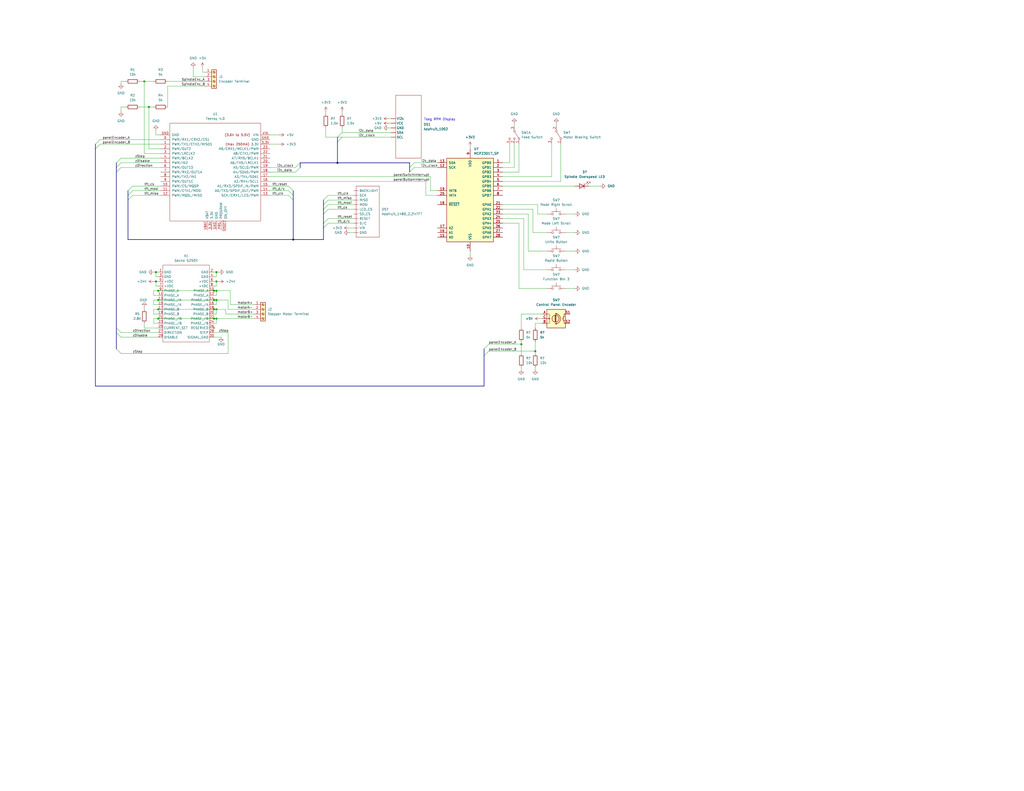
<source format=kicad_sch>
(kicad_sch (version 20211123) (generator eeschema)
  (paper "C")
  (lib_symbols
    (symbol "Connector:Screw_Terminal_01x04" (pin_names (offset 1.016) hide)
      (property "Reference" "J" (at 0 5.08 0))
      (property "Value" "Screw_Terminal_01x04" (at 0 -7.62 0))
      (symbol "Screw_Terminal_01x04_1_1"
        (rectangle (start -1.27 3.81) (end 1.27 -6.35) (stroke (width 0.254)) (fill (type background)))
        (circle (center 0 -5.08) (radius 0.635) (stroke (width 0.1524)))
        (circle (center 0 -2.54) (radius 0.635) (stroke (width 0.1524)))
        (polyline (pts (xy -0.5334 -4.7498) (xy 0.3302 -5.588)) (stroke (width 0.1524)))
        (polyline (pts (xy -0.5334 -2.2098) (xy 0.3302 -3.048)) (stroke (width 0.1524)))
        (polyline (pts (xy -0.5334 0.3302) (xy 0.3302 -0.508)) (stroke (width 0.1524)))
        (polyline (pts (xy -0.5334 2.8702) (xy 0.3302 2.032)) (stroke (width 0.1524)))
        (polyline (pts (xy -0.3556 -4.572) (xy 0.508 -5.4102)) (stroke (width 0.1524)))
        (polyline (pts (xy -0.3556 -2.032) (xy 0.508 -2.8702)) (stroke (width 0.1524)))
        (polyline (pts (xy -0.3556 0.508) (xy 0.508 -0.3302)) (stroke (width 0.1524)))
        (polyline (pts (xy -0.3556 3.048) (xy 0.508 2.2098)) (stroke (width 0.1524)))
        (circle (center 0 0) (radius 0.635) (stroke (width 0.1524)))
        (circle (center 0 2.54) (radius 0.635) (stroke (width 0.1524)))
        (pin passive line (at -5.08 2.54 0) (length 3.81) (name "Pin_1") (number "1"))
        (pin passive line (at -5.08 0 0) (length 3.81) (name "Pin_2") (number "2"))
        (pin passive line (at -5.08 -2.54 0) (length 3.81) (name "Pin_3") (number "3"))
        (pin passive line (at -5.08 -5.08 0) (length 3.81) (name "Pin_4") (number "4"))
      )
    )
    (symbol "Device:LED" (pin_numbers hide) (pin_names (offset 1.016) hide)
      (property "Reference" "D" (at 0 2.54 0))
      (property "Value" "LED" (at 0 -2.54 0))
      (symbol "LED_0_1"
        (polyline (pts (xy -1.27 -1.27) (xy -1.27 1.27)) (stroke (width 0.254)))
        (polyline (pts (xy -1.27 0) (xy 1.27 0)))
        (polyline (pts (xy 1.27 -1.27) (xy 1.27 1.27) (xy -1.27 0) (xy 1.27 -1.27)) (stroke (width 0.254)))
        (polyline (pts (xy -3.048 -0.762) (xy -4.572 -2.286) (xy -3.81 -2.286) (xy -4.572 -2.286) (xy -4.572 -1.524)))
        (polyline (pts (xy -1.778 -0.762) (xy -3.302 -2.286) (xy -2.54 -2.286) (xy -3.302 -2.286) (xy -3.302 -1.524)))
      )
      (symbol "LED_1_1"
        (pin passive line (at -3.81 0 0) (length 2.54) (name "K") (number "1"))
        (pin passive line (at 3.81 0 180) (length 2.54) (name "A") (number "2"))
      )
    )
    (symbol "Device:R" (pin_numbers hide) (pin_names (offset 0))
      (property "Reference" "R" (at 2.032 0 90))
      (property "Value" "R" (at 0 0 90))
      (symbol "R_0_1"
        (rectangle (start -1.016 -2.54) (end 1.016 2.54) (stroke (width 0.254)))
      )
      (symbol "R_1_1"
        (pin passive line (at 0 3.81 270) (length 1.27) (name "~") (number "1"))
        (pin passive line (at 0 -3.81 90) (length 1.27) (name "~") (number "2"))
      )
    )
    (symbol "Device:RotaryEncoder_Switch" (pin_names (offset 0.254) hide)
      (property "Reference" "SW" (at 0 6.604 0))
      (property "Value" "RotaryEncoder_Switch" (at 0 -6.604 0))
      (symbol "RotaryEncoder_Switch_0_1"
        (rectangle (start -5.08 5.08) (end 5.08 -5.08) (stroke (width 0.254)) (fill (type background)))
        (circle (center -3.81 0) (radius 0.254) (fill (type outline)))
        (arc (start -0.381 -2.794) (mid 2.3622 -0.0635) (end -0.381 2.667) (stroke (width 0.254)))
        (circle (center -0.381 0) (radius 1.905) (stroke (width 0.254)))
        (polyline (pts (xy -0.635 -1.778) (xy -0.635 1.778)) (stroke (width 0.254)))
        (polyline (pts (xy -0.381 -1.778) (xy -0.381 1.778)) (stroke (width 0.254)))
        (polyline (pts (xy -0.127 1.778) (xy -0.127 -1.778)) (stroke (width 0.254)))
        (polyline (pts (xy 3.81 0) (xy 3.429 0)) (stroke (width 0.254)))
        (polyline (pts (xy 3.81 1.016) (xy 3.81 -1.016)) (stroke (width 0.254)))
        (polyline (pts (xy -5.08 -2.54) (xy -3.81 -2.54) (xy -3.81 -2.032)))
        (polyline (pts (xy -5.08 2.54) (xy -3.81 2.54) (xy -3.81 2.032)))
        (polyline (pts (xy 0.254 -3.048) (xy -0.508 -2.794) (xy 0.127 -2.413)) (stroke (width 0.254)))
        (polyline (pts (xy 0.254 2.921) (xy -0.508 2.667) (xy 0.127 2.286)) (stroke (width 0.254)))
        (polyline (pts (xy 5.08 -2.54) (xy 4.318 -2.54) (xy 4.318 -1.016)) (stroke (width 0.254)))
        (polyline (pts (xy 5.08 2.54) (xy 4.318 2.54) (xy 4.318 1.016)) (stroke (width 0.254)))
        (polyline (pts (xy -5.08 0) (xy -3.81 0) (xy -3.81 -1.016) (xy -3.302 -2.032)))
        (polyline (pts (xy -4.318 0) (xy -3.81 0) (xy -3.81 1.016) (xy -3.302 2.032)))
        (circle (center 4.318 -1.016) (radius 0.127) (stroke (width 0.254)))
        (circle (center 4.318 1.016) (radius 0.127) (stroke (width 0.254)))
      )
      (symbol "RotaryEncoder_Switch_1_1"
        (pin passive line (at -7.62 2.54 0) (length 2.54) (name "A") (number "A"))
        (pin passive line (at -7.62 -2.54 0) (length 2.54) (name "B") (number "B"))
        (pin passive line (at -7.62 0 0) (length 2.54) (name "C") (number "C"))
        (pin passive line (at 7.62 2.54 180) (length 2.54) (name "S1") (number "S1"))
        (pin passive line (at 7.62 -2.54 180) (length 2.54) (name "S2") (number "S2"))
      )
    )
    (symbol "Electroturn_Parts:Adafruit_1480_2.2inTFT"
      (property "Reference" "DS2" (at -29.21 17.78 0))
      (property "Value" "Adafruit_1480_2.2inTFT" (at -29.21 15.24 0))
      (symbol "Adafruit_1480_2.2inTFT_0_1"
        (rectangle (start -27.94 13.97) (end -15.24 -13.97))
      )
      (symbol "Adafruit_1480_2.2inTFT_1_1"
        (pin output line (at -29.21 11.43 0) (length 2.54) (name "BACKLIGHT") (number ""))
        (pin input line (at -29.21 -6.35 0) (length 2.54) (name "D/C") (number ""))
        (pin input line (at -29.21 -11.43 0) (length 2.54) (name "GND") (number ""))
        (pin input line (at -29.21 1.27 0) (length 2.54) (name "LCD_CS") (number ""))
        (pin output line (at -29.21 6.35 0) (length 2.54) (name "MISO") (number ""))
        (pin input line (at -29.21 3.81 0) (length 2.54) (name "MOSI") (number ""))
        (pin input line (at -29.21 -3.81 0) (length 2.54) (name "RESET") (number ""))
        (pin output line (at -29.21 8.89 0) (length 2.54) (name "SCK") (number ""))
        (pin input line (at -29.21 -1.27 0) (length 2.54) (name "SD_CS") (number ""))
        (pin input line (at -29.21 -8.89 0) (length 2.54) (name "VIN") (number ""))
      )
    )
    (symbol "Electroturn_Parts:Gecko G250X"
      (property "Reference" "A?" (at -7.62 40.64 0))
      (property "Value" "Gecko G250X" (at 5.08 36.83 0))
      (symbol "Gecko G250X_0_1"
        (rectangle (start -7.62 38.1) (end 17.78 -3.81))
      )
      (symbol "Gecko G250X_1_1"
        (pin power_in line (at -10.16 34.29 0) (length 2.54) (name "GND") (number "1"))
        (pin power_out line (at 20.32 24.13 180) (length 2.54) (name "PHASE_A") (number "10"))
        (pin power_out line (at -10.16 21.59 0) (length 2.54) (name "PHASE_A") (number "11"))
        (pin power_out line (at 20.32 21.59 180) (length 2.54) (name "PHASE_A") (number "12"))
        (pin power_out line (at -10.16 19.05 0) (length 2.54) (name "PHASE_/A") (number "13"))
        (pin power_out line (at 20.32 19.05 180) (length 2.54) (name "PHASE_/A") (number "14"))
        (pin power_out line (at -10.16 16.51 0) (length 2.54) (name "PHASE_/A") (number "15"))
        (pin power_out line (at 20.32 16.51 180) (length 2.54) (name "PHASE_/A") (number "16"))
        (pin power_out line (at -10.16 13.97 0) (length 2.54) (name "PHASE_B") (number "17"))
        (pin power_out line (at 20.32 13.97 180) (length 2.54) (name "PHASE_B") (number "18"))
        (pin power_out line (at -10.16 11.43 0) (length 2.54) (name "PHASE_B") (number "19"))
        (pin power_in line (at 20.32 34.29 180) (length 2.54) (name "GND") (number "2"))
        (pin power_out line (at 20.32 11.43 180) (length 2.54) (name "PHASE_B") (number "20"))
        (pin power_out line (at -10.16 8.89 0) (length 2.54) (name "PHASE_/B") (number "21"))
        (pin power_out line (at 20.32 8.89 180) (length 2.54) (name "PHASE_/B") (number "22"))
        (pin power_out line (at -10.16 6.35 0) (length 2.54) (name "PHASE_/B") (number "23"))
        (pin power_out line (at 20.32 6.35 180) (length 2.54) (name "PHASE_/B") (number "24"))
        (pin output line (at -10.16 3.81 0) (length 2.54) (name "CURRENT_SET") (number "25"))
        (pin no_connect line (at 20.32 3.81 180) (length 2.54) (name "RESERVED") (number "26"))
        (pin input line (at -10.16 1.27 0) (length 2.54) (name "DIRECTION") (number "27"))
        (pin input line (at 20.32 1.27 180) (length 2.54) (name "STEP") (number "28"))
        (pin input line (at -10.16 -1.27 0) (length 2.54) (name "DISABLE") (number "29"))
        (pin power_in line (at -10.16 31.75 0) (length 2.54) (name "GND") (number "3"))
        (pin input line (at 20.32 -1.27 180) (length 2.54) (name "SIGNAL_GND") (number "30"))
        (pin power_in line (at 20.32 31.75 180) (length 2.54) (name "GND") (number "4"))
        (pin power_in line (at -10.16 29.21 0) (length 2.54) (name "+VDC") (number "5"))
        (pin power_in line (at 20.32 29.21 180) (length 2.54) (name "+VDC") (number "6"))
        (pin power_in line (at -10.16 26.67 0) (length 2.54) (name "+VDC") (number "7"))
        (pin power_in line (at 20.32 26.67 180) (length 2.54) (name "+VDC") (number "8"))
        (pin power_out line (at -10.16 24.13 0) (length 2.54) (name "PHASE_A") (number "9"))
      )
    )
    (symbol "Interface_Expansion:MCP23017_SP" (pin_names (offset 1.016))
      (property "Reference" "U" (at -11.43 24.13 0))
      (property "Value" "MCP23017_SP" (at 0 0 0))
      (symbol "MCP23017_SP_0_1"
        (rectangle (start -12.7 22.86) (end 12.7 -22.86) (stroke (width 0.254)) (fill (type background)))
      )
      (symbol "MCP23017_SP_1_1"
        (pin bidirectional line (at 17.78 20.32 180) (length 5.08) (name "GPB0") (number "1"))
        (pin power_in line (at 0 -27.94 90) (length 5.08) (name "VSS") (number "10"))
        (pin no_connect line (at -12.7 15.24 0) (length 5.08) hide (name "NC") (number "11"))
        (pin input line (at -17.78 17.78 0) (length 5.08) (name "SCK") (number "12"))
        (pin bidirectional line (at -17.78 20.32 0) (length 5.08) (name "SDA") (number "13"))
        (pin no_connect line (at -12.7 12.7 0) (length 5.08) hide (name "NC") (number "14"))
        (pin input line (at -17.78 -20.32 0) (length 5.08) (name "A0") (number "15"))
        (pin input line (at -17.78 -17.78 0) (length 5.08) (name "A1") (number "16"))
        (pin input line (at -17.78 -15.24 0) (length 5.08) (name "A2") (number "17"))
        (pin input line (at -17.78 -2.54 0) (length 5.08) (name "~{RESET}") (number "18"))
        (pin tri_state line (at -17.78 5.08 0) (length 5.08) (name "INTB") (number "19"))
        (pin bidirectional line (at 17.78 17.78 180) (length 5.08) (name "GPB1") (number "2"))
        (pin tri_state line (at -17.78 2.54 0) (length 5.08) (name "INTA") (number "20"))
        (pin bidirectional line (at 17.78 -2.54 180) (length 5.08) (name "GPA0") (number "21"))
        (pin bidirectional line (at 17.78 -5.08 180) (length 5.08) (name "GPA1") (number "22"))
        (pin bidirectional line (at 17.78 -7.62 180) (length 5.08) (name "GPA2") (number "23"))
        (pin bidirectional line (at 17.78 -10.16 180) (length 5.08) (name "GPA3") (number "24"))
        (pin bidirectional line (at 17.78 -12.7 180) (length 5.08) (name "GPA4") (number "25"))
        (pin bidirectional line (at 17.78 -15.24 180) (length 5.08) (name "GPA5") (number "26"))
        (pin bidirectional line (at 17.78 -17.78 180) (length 5.08) (name "GPA6") (number "27"))
        (pin bidirectional line (at 17.78 -20.32 180) (length 5.08) (name "GPA7") (number "28"))
        (pin bidirectional line (at 17.78 15.24 180) (length 5.08) (name "GPB2") (number "3"))
        (pin bidirectional line (at 17.78 12.7 180) (length 5.08) (name "GPB3") (number "4"))
        (pin bidirectional line (at 17.78 10.16 180) (length 5.08) (name "GPB4") (number "5"))
        (pin bidirectional line (at 17.78 7.62 180) (length 5.08) (name "GPB5") (number "6"))
        (pin bidirectional line (at 17.78 5.08 180) (length 5.08) (name "GPB6") (number "7"))
        (pin bidirectional line (at 17.78 2.54 180) (length 5.08) (name "GPB7") (number "8"))
        (pin power_in line (at 0 27.94 270) (length 5.08) (name "VDD") (number "9"))
      )
    )
    (symbol "MCU_Module:Adafruit_1002"
      (property "Reference" "DS" (at -15.24 8.89 0))
      (property "Value" "Adafruit_1002" (at 11.43 -7.62 0))
      (symbol "Adafruit_1002_0_1"
        (rectangle (start -16.51 7.62) (end 17.78 -6.35))
      )
      (symbol "Adafruit_1002_1_1"
        (pin input line (at 0 10.16 270) (length 2.54) (name "GND") (number ""))
        (pin input line (at -5.08 10.16 270) (length 2.54) (name "SCL") (number ""))
        (pin input line (at -2.54 10.16 270) (length 2.54) (name "SDA") (number ""))
        (pin input line (at 2.54 10.16 270) (length 2.54) (name "VCC") (number ""))
        (pin input line (at 5.08 10.16 270) (length 2.54) (name "Vi2c") (number ""))
      )
    )
    (symbol "Switch:SW_DP3T" (pin_names (offset 0) hide)
      (property "Reference" "SW" (at 0 5.08 0))
      (property "Value" "SW_DP3T" (at 0 -5.08 0))
      (symbol "SW_DP3T_0_1"
        (circle (center -2.032 0) (radius 0.4572))
        (polyline (pts (xy -1.651 0.254) (xy 1.651 2.286)))
        (circle (center 2.032 -2.54) (radius 0.4572))
        (circle (center 2.032 0) (radius 0.4572))
        (circle (center 2.032 2.54) (radius 0.4572))
      )
      (symbol "SW_DP3T_1_1"
        (pin passive line (at 5.08 2.54 180) (length 2.54) (name "1") (number "1"))
        (pin passive line (at 5.08 0 180) (length 2.54) (name "2") (number "2"))
        (pin passive line (at -5.08 0 0) (length 2.54) (name "3") (number "3"))
        (pin passive line (at 5.08 -2.54 180) (length 2.54) (name "4") (number "4"))
      )
      (symbol "SW_DP3T_2_1"
        (pin passive line (at 5.08 2.54 180) (length 2.54) (name "5") (number "5"))
        (pin passive line (at 5.08 0 180) (length 2.54) (name "6") (number "6"))
        (pin passive line (at -5.08 0 0) (length 2.54) (name "7") (number "7"))
        (pin passive line (at 5.08 -2.54 180) (length 2.54) (name "8") (number "8"))
      )
    )
    (symbol "Switch:SW_Push" (pin_numbers hide) (pin_names (offset 1.016) hide)
      (property "Reference" "SW" (at 1.27 2.54 0))
      (property "Value" "SW_Push" (at 0 -1.524 0))
      (symbol "SW_Push_0_1"
        (circle (center -2.032 0) (radius 0.508))
        (polyline (pts (xy 0 1.27) (xy 0 3.048)))
        (polyline (pts (xy 2.54 1.27) (xy -2.54 1.27)))
        (circle (center 2.032 0) (radius 0.508))
        (pin passive line (at -5.08 0 0) (length 2.54) (name "1") (number "1"))
        (pin passive line (at 5.08 0 180) (length 2.54) (name "2") (number "2"))
      )
    )
    (symbol "Switch:SW_SPDT" (pin_names (offset 0) hide)
      (property "Reference" "SW" (at 0 4.318 0))
      (property "Value" "SW_SPDT" (at 0 -5.08 0))
      (symbol "SW_SPDT_0_0"
        (circle (center -2.032 0) (radius 0.508))
        (circle (center 2.032 -2.54) (radius 0.508))
      )
      (symbol "SW_SPDT_0_1"
        (polyline (pts (xy -1.524 0.254) (xy 1.651 2.286)))
        (circle (center 2.032 2.54) (radius 0.508))
      )
      (symbol "SW_SPDT_1_1"
        (pin passive line (at 5.08 2.54 180) (length 2.54) (name "A") (number "1"))
        (pin passive line (at -5.08 0 0) (length 2.54) (name "B") (number "2"))
        (pin passive line (at 5.08 -2.54 180) (length 2.54) (name "C") (number "3"))
      )
    )
    (symbol "Teensy_Library:Teensy 4.0" (pin_names (offset 1.016))
      (property "Reference" "U" (at -24.13 25.4 0))
      (property "Value" "Teensy 4.0" (at -1.27 22.86 0))
      (symbol "Teensy 4.0_0_0"
        (rectangle (start -25.4 24.13) (end 24.13 -29.21))
        (text "(3.6V to 5.5V)" (at 11.43 17.78 0) (effects (font (size 1.27 1.27))))
        (text "(max 250mA)" (at 11.43 12.7 0) (effects (font (size 1.27 1.27))))
        (pin bidirectional line (at -30.48 -10.16 0) (length 5.08) (name "PWM/CS/MQSR") (number "10"))
        (pin bidirectional line (at -30.48 -12.7 0) (length 5.08) (name "PWM/CTX1/MOSI") (number "11"))
        (pin bidirectional line (at -30.48 -15.24 0) (length 5.08) (name "PWM/MQSL/MISO") (number "12"))
        (pin bidirectional line (at 29.21 -15.24 180) (length 5.08) (name "SCK/CRX1/LED/PWM") (number "13"))
        (pin bidirectional line (at 29.21 -12.7 180) (length 5.08) (name "A0/TX3/SPDIF_OUT/PWM") (number "14"))
        (pin bidirectional line (at 29.21 -10.16 180) (length 5.08) (name "A1/RX3/SPDIF_IN/PWM") (number "15"))
        (pin bidirectional line (at 29.21 -7.62 180) (length 5.08) (name "A2/RX4/SCL1") (number "16"))
        (pin bidirectional line (at 29.21 -5.08 180) (length 5.08) (name "A3/TX4/SDA1") (number "17"))
        (pin bidirectional line (at 29.21 -2.54 180) (length 5.08) (name "A4/SDA0/PWM") (number "18"))
        (pin bidirectional line (at 29.21 0 180) (length 5.08) (name "A5/SCL0/PWM") (number "19"))
        (pin bidirectional line (at 29.21 2.54 180) (length 5.08) (name "A6/TX5/LRCLK1") (number "20"))
        (pin bidirectional line (at 29.21 5.08 180) (length 5.08) (name "A7/RX5/BCLK1") (number "21"))
        (pin bidirectional line (at 29.21 7.62 180) (length 5.08) (name "A8/CTX1/PWM") (number "22"))
        (pin bidirectional line (at 29.21 10.16 180) (length 5.08) (name "A9/CRX1/MCLK1/PWM") (number "23"))
        (pin bidirectional line (at -30.48 7.62 0) (length 5.08) (name "PWM/LRCLK2") (number "3"))
        (pin power_in line (at -2.54 -34.29 90) (length 5.08) (name "3.3V") (number "3.3V"))
        (pin power_out line (at 29.21 12.7 180) (length 5.08) (name "3.3V") (number "3.3V"))
        (pin bidirectional line (at -30.48 5.08 0) (length 5.08) (name "PWM/BCLK2") (number "4"))
        (pin bidirectional line (at -30.48 2.54 0) (length 5.08) (name "PWM/IN2") (number "5"))
        (pin bidirectional line (at -30.48 0 0) (length 5.08) (name "PWM/OUT1D") (number "6"))
        (pin bidirectional line (at -30.48 -2.54 0) (length 5.08) (name "PWM/RX2/OUT1A") (number "7"))
        (pin bidirectional line (at -30.48 -5.08 0) (length 5.08) (name "PWM/TX2/IN1") (number "8"))
        (pin bidirectional line (at -30.48 -7.62 0) (length 5.08) (name "PWM/OUT1C") (number "9"))
        (pin power_in line (at 0 -34.29 90) (length 5.08) (name "GND") (number "GND"))
        (pin power_in line (at 29.21 15.24 180) (length 5.08) (name "GND") (number "GND"))
        (pin input line (at 5.08 -34.29 90) (length 5.08) (name "ON_OFF") (number "ONOFF"))
        (pin input line (at 2.54 -34.29 90) (length 5.08) (name "PROGRAM") (number "PRG"))
        (pin power_in line (at -5.08 -34.29 90) (length 5.08) (name "VBAT") (number "VBAT"))
        (pin power_in line (at 29.21 17.78 180) (length 5.08) (name "VIN") (number "VIN"))
      )
      (symbol "Teensy 4.0_1_1"
        (pin bidirectional line (at -30.48 15.24 0) (length 5.08) (name "PWM/RX1/CRX2/CS1") (number "0"))
        (pin bidirectional line (at -30.48 12.7 0) (length 5.08) (name "PWM/TX1/CTX2/MISO1") (number "1"))
        (pin bidirectional line (at -30.48 10.16 0) (length 5.08) (name "PWM/OUT2") (number "2"))
        (pin power_in line (at -30.48 17.78 0) (length 5.08) (name "GND") (number "GND"))
      )
    )
    (symbol "power:+24V" (power) (pin_names (offset 0))
      (property "Value" "+24V" (at 0 3.556 0))
      (symbol "+24V_0_1"
        (polyline (pts (xy -0.762 1.27) (xy 0 2.54)))
        (polyline (pts (xy 0 0) (xy 0 2.54)))
        (polyline (pts (xy 0 2.54) (xy 0.762 1.27)))
      )
      (symbol "+24V_1_1"
        (pin power_in line (at 0 0 90) (length 0) hide (name "+24V") (number "1"))
      )
    )
    (symbol "power:+3.3V" (power) (pin_names (offset 0))
      (property "Value" "+3.3V" (at 0 3.556 0))
      (symbol "+3.3V_0_1"
        (polyline (pts (xy -0.762 1.27) (xy 0 2.54)))
        (polyline (pts (xy 0 0) (xy 0 2.54)))
        (polyline (pts (xy 0 2.54) (xy 0.762 1.27)))
      )
      (symbol "+3.3V_1_1"
        (pin power_in line (at 0 0 90) (length 0) hide (name "+3V3") (number "1"))
      )
    )
    (symbol "power:+5V" (power) (pin_names (offset 0))
      (property "Value" "+5V" (at 0 3.556 0))
      (symbol "+5V_0_1"
        (polyline (pts (xy -0.762 1.27) (xy 0 2.54)))
        (polyline (pts (xy 0 0) (xy 0 2.54)))
        (polyline (pts (xy 0 2.54) (xy 0.762 1.27)))
      )
      (symbol "+5V_1_1"
        (pin power_in line (at 0 0 90) (length 0) hide (name "+5V") (number "1"))
      )
    )
    (symbol "power:GND" (power) (pin_names (offset 0))
      (property "Value" "GND" (at 0 -3.81 0))
      (symbol "GND_0_1"
        (polyline (pts (xy 0 0) (xy 0 -1.27) (xy 1.27 -1.27) (xy 0 -2.54) (xy -1.27 -1.27) (xy 0 -1.27)))
      )
      (symbol "GND_1_1"
        (pin power_in line (at 0 0 270) (length 0) hide (name "GND") (number "1"))
      )
    )
  )
  (junction (at 86.36 158.75))
  (junction (at 85.09 153.67))
  (junction (at 118.11 153.67))
  (junction (at 86.36 168.91))
  (junction (at 118.11 173.99))
  (junction (at 116.84 168.91))
  (junction (at 118.11 168.91))
  (junction (at 184.15 88.9))
  (junction (at 86.36 173.99))
  (junction (at 86.36 163.83))
  (junction (at 118.11 158.75))
  (junction (at 85.09 148.59))
  (junction (at 118.11 163.83))
  (junction (at 78.74 44.45))
  (junction (at 118.11 148.59))
  (junction (at 160.02 130.81))
  (junction (at 116.84 173.99))
  (junction (at 116.84 158.75))
  (junction (at 292.1 191.77))
  (junction (at 284.48 187.96))
  (junction (at 116.84 163.83))
  (junction (at 81.28 58.42))
  (bus_entry (at 54.61 76.2) (size -2.54 2.54))
  (bus_entry (at 54.61 78.74) (size -2.54 2.54))
  (bus_entry (at 63.5 179.07) (size 2.54 2.54))
  (bus_entry (at 63.5 190.5) (size 2.54 2.54))
  (bus_entry (at 63.5 181.61) (size 2.54 2.54))
  (bus_entry (at 179.07 106.68) (size -2.54 2.54))
  (bus_entry (at 179.07 109.22) (size -2.54 2.54))
  (bus_entry (at 179.07 111.76) (size -2.54 2.54))
  (bus_entry (at 179.07 114.3) (size -2.54 2.54))
  (bus_entry (at 179.07 119.38) (size -2.54 2.54))
  (bus_entry (at 179.07 121.92) (size -2.54 2.54))
  (bus_entry (at 157.48 104.14) (size 2.54 2.54))
  (bus_entry (at 157.48 106.68) (size 2.54 2.54))
  (bus_entry (at 157.48 101.6) (size 2.54 2.54))
  (bus_entry (at 72.39 106.68) (size -2.54 2.54))
  (bus_entry (at 72.39 104.14) (size -2.54 2.54))
  (bus_entry (at 72.39 101.6) (size -2.54 2.54))
  (bus_entry (at 226.06 91.44) (size -2.54 2.54))
  (bus_entry (at 226.06 88.9) (size -2.54 2.54))
  (bus_entry (at 66.04 88.9) (size -2.54 2.54))
  (bus_entry (at 66.04 86.36) (size -2.54 2.54))
  (bus_entry (at 66.04 91.44) (size -2.54 2.54))
  (bus_entry (at 186.69 74.93) (size -2.54 2.54))
  (bus_entry (at 186.69 72.39) (size -2.54 2.54))
  (bus_entry (at 161.29 91.44) (size 2.54 -2.54))
  (bus_entry (at 161.29 93.98) (size 2.54 -2.54))
  (bus_entry (at 266.7 191.77) (size -2.54 2.54))
  (bus_entry (at 266.7 187.96) (size -2.54 2.54))
  (wire (pts (xy 110.49 39.37) (xy 110.49 36.83)))
  (wire (pts (xy 226.06 91.44) (xy 238.76 91.44)))
  (wire (pts (xy 283.21 121.92) (xy 274.32 121.92)))
  (bus (pts (xy 184.15 77.47) (xy 184.15 88.9)))
  (wire (pts (xy 284.48 171.45) (xy 284.48 179.07)))
  (bus (pts (xy 160.02 104.14) (xy 160.02 106.68)))
  (wire (pts (xy 283.21 78.74) (xy 283.21 93.98)))
  (wire (pts (xy 284.48 186.69) (xy 284.48 187.96)))
  (wire (pts (xy 118.11 163.83) (xy 124.46 163.83)))
  (wire (pts (xy 124.46 181.61) (xy 124.46 193.04)))
  (wire (pts (xy 118.11 151.13) (xy 118.11 148.59)))
  (wire (pts (xy 124.46 163.83) (xy 124.46 168.91)))
  (wire (pts (xy 86.36 166.37) (xy 83.82 166.37)))
  (wire (pts (xy 85.09 153.67) (xy 85.09 156.21)))
  (wire (pts (xy 186.69 74.93) (xy 213.36 74.93)))
  (wire (pts (xy 83.82 168.91) (xy 86.36 168.91)))
  (wire (pts (xy 54.61 78.74) (xy 87.63 78.74)))
  (wire (pts (xy 285.75 119.38) (xy 274.32 119.38)))
  (wire (pts (xy 85.09 153.67) (xy 86.36 153.67)))
  (wire (pts (xy 85.09 148.59) (xy 86.36 148.59)))
  (wire (pts (xy 123.19 168.91) (xy 123.19 171.45)))
  (wire (pts (xy 234.95 104.14) (xy 238.76 104.14)))
  (bus (pts (xy 223.52 88.9) (xy 184.15 88.9)))
  (wire (pts (xy 116.84 166.37) (xy 118.11 166.37)))
  (wire (pts (xy 116.84 148.59) (xy 118.11 148.59)))
  (wire (pts (xy 298.45 157.48) (xy 283.21 157.48)))
  (wire (pts (xy 298.45 147.32) (xy 285.75 147.32)))
  (wire (pts (xy 78.74 176.53) (xy 78.74 179.07)))
  (wire (pts (xy 110.49 39.37) (xy 111.76 39.37)))
  (wire (pts (xy 232.41 99.06) (xy 147.32 99.06)))
  (wire (pts (xy 147.32 78.74) (xy 152.4 78.74)))
  (wire (pts (xy 83.82 168.91) (xy 83.82 171.45)))
  (wire (pts (xy 295.91 176.53) (xy 292.1 176.53)))
  (wire (pts (xy 116.84 173.99) (xy 118.11 173.99)))
  (wire (pts (xy 91.44 58.42) (xy 91.44 46.99)))
  (wire (pts (xy 308.61 147.32) (xy 313.69 147.32)))
  (wire (pts (xy 256.54 137.16) (xy 256.54 139.7)))
  (wire (pts (xy 85.09 151.13) (xy 85.09 148.59)))
  (wire (pts (xy 147.32 96.52) (xy 234.95 96.52)))
  (bus (pts (xy 176.53 109.22) (xy 176.53 111.76)))
  (wire (pts (xy 280.67 91.44) (xy 274.32 91.44)))
  (bus (pts (xy 69.85 109.22) (xy 69.85 130.81)))
  (wire (pts (xy 118.11 153.67) (xy 118.11 156.21)))
  (wire (pts (xy 83.82 176.53) (xy 86.36 176.53)))
  (wire (pts (xy 118.11 153.67) (xy 119.38 153.67)))
  (wire (pts (xy 283.21 157.48) (xy 283.21 121.92)))
  (bus (pts (xy 63.5 93.98) (xy 63.5 179.07)))
  (wire (pts (xy 105.41 41.91) (xy 105.41 36.83)))
  (wire (pts (xy 308.61 137.16) (xy 313.69 137.16)))
  (wire (pts (xy 190.5 127) (xy 193.04 127)))
  (bus (pts (xy 160.02 109.22) (xy 160.02 130.81)))
  (wire (pts (xy 78.74 179.07) (xy 86.36 179.07)))
  (wire (pts (xy 78.74 167.64) (xy 78.74 168.91)))
  (bus (pts (xy 184.15 74.93) (xy 184.15 77.47)))
  (wire (pts (xy 266.7 191.77) (xy 292.1 191.77)))
  (bus (pts (xy 176.53 111.76) (xy 176.53 114.3)))
  (wire (pts (xy 186.69 72.39) (xy 213.36 72.39)))
  (wire (pts (xy 81.28 58.42) (xy 81.28 81.28)))
  (bus (pts (xy 264.16 194.31) (xy 264.16 210.82)))
  (wire (pts (xy 147.32 91.44) (xy 161.29 91.44)))
  (wire (pts (xy 83.82 153.67) (xy 85.09 153.67)))
  (wire (pts (xy 294.64 173.99) (xy 295.91 173.99)))
  (bus (pts (xy 163.83 88.9) (xy 163.83 91.44)))
  (wire (pts (xy 72.39 104.14) (xy 87.63 104.14)))
  (wire (pts (xy 298.45 137.16) (xy 288.29 137.16)))
  (wire (pts (xy 212.09 69.85) (xy 213.36 69.85)))
  (bus (pts (xy 63.5 179.07) (xy 63.5 181.61)))
  (wire (pts (xy 226.06 88.9) (xy 238.76 88.9)))
  (wire (pts (xy 278.13 88.9) (xy 278.13 78.74)))
  (wire (pts (xy 177.8 69.85) (xy 177.8 74.93)))
  (wire (pts (xy 186.69 60.96) (xy 186.69 62.23)))
  (wire (pts (xy 179.07 114.3) (xy 193.04 114.3)))
  (wire (pts (xy 125.73 166.37) (xy 138.43 166.37)))
  (wire (pts (xy 54.61 76.2) (xy 87.63 76.2)))
  (bus (pts (xy 69.85 130.81) (xy 160.02 130.81)))
  (wire (pts (xy 300.99 78.74) (xy 300.99 96.52)))
  (wire (pts (xy 306.07 99.06) (xy 274.32 99.06)))
  (wire (pts (xy 111.76 41.91) (xy 105.41 41.91)))
  (wire (pts (xy 308.61 127) (xy 313.69 127)))
  (bus (pts (xy 264.16 190.5) (xy 264.16 194.31)))
  (wire (pts (xy 124.46 168.91) (xy 138.43 168.91)))
  (wire (pts (xy 116.84 161.29) (xy 118.11 161.29)))
  (bus (pts (xy 63.5 181.61) (xy 63.5 190.5)))
  (wire (pts (xy 83.82 173.99) (xy 83.82 176.53)))
  (wire (pts (xy 118.11 173.99) (xy 118.11 176.53)))
  (wire (pts (xy 147.32 73.66) (xy 152.4 73.66)))
  (wire (pts (xy 298.45 127) (xy 290.83 127)))
  (bus (pts (xy 160.02 130.81) (xy 176.53 130.81)))
  (wire (pts (xy 86.36 158.75) (xy 116.84 158.75)))
  (wire (pts (xy 280.67 67.31) (xy 280.67 68.58)))
  (wire (pts (xy 83.82 166.37) (xy 83.82 163.83)))
  (wire (pts (xy 116.84 181.61) (xy 124.46 181.61)))
  (wire (pts (xy 283.21 93.98) (xy 274.32 93.98)))
  (bus (pts (xy 223.52 88.9) (xy 223.52 91.44)))
  (wire (pts (xy 295.91 171.45) (xy 284.48 171.45)))
  (wire (pts (xy 212.09 67.31) (xy 213.36 67.31)))
  (bus (pts (xy 176.53 114.3) (xy 176.53 116.84)))
  (wire (pts (xy 78.74 44.45) (xy 83.82 44.45)))
  (wire (pts (xy 81.28 58.42) (xy 83.82 58.42)))
  (bus (pts (xy 160.02 106.68) (xy 160.02 109.22)))
  (wire (pts (xy 292.1 191.77) (xy 292.1 193.04)))
  (wire (pts (xy 147.32 104.14) (xy 157.48 104.14)))
  (bus (pts (xy 52.07 78.74) (xy 52.07 81.28)))
  (wire (pts (xy 232.41 106.68) (xy 232.41 99.06)))
  (wire (pts (xy 284.48 200.66) (xy 284.48 201.93)))
  (wire (pts (xy 91.44 44.45) (xy 111.76 44.45)))
  (wire (pts (xy 321.31 101.6) (xy 327.66 101.6)))
  (wire (pts (xy 83.82 161.29) (xy 86.36 161.29)))
  (wire (pts (xy 308.61 157.48) (xy 313.69 157.48)))
  (wire (pts (xy 280.67 78.74) (xy 280.67 91.44)))
  (wire (pts (xy 85.09 71.12) (xy 85.09 73.66)))
  (wire (pts (xy 66.04 193.04) (xy 124.46 193.04)))
  (wire (pts (xy 86.36 158.75) (xy 83.82 158.75)))
  (wire (pts (xy 118.11 161.29) (xy 118.11 158.75)))
  (wire (pts (xy 147.32 101.6) (xy 157.48 101.6)))
  (wire (pts (xy 68.58 44.45) (xy 66.04 44.45)))
  (bus (pts (xy 176.53 121.92) (xy 176.53 124.46)))
  (wire (pts (xy 118.11 173.99) (xy 138.43 173.99)))
  (wire (pts (xy 118.11 166.37) (xy 118.11 163.83)))
  (wire (pts (xy 116.84 151.13) (xy 118.11 151.13)))
  (wire (pts (xy 256.54 80.01) (xy 256.54 81.28)))
  (wire (pts (xy 66.04 44.45) (xy 66.04 45.72)))
  (wire (pts (xy 288.29 116.84) (xy 274.32 116.84)))
  (wire (pts (xy 284.48 187.96) (xy 284.48 193.04)))
  (wire (pts (xy 76.2 58.42) (xy 81.28 58.42)))
  (wire (pts (xy 86.36 173.99) (xy 83.82 173.99)))
  (wire (pts (xy 285.75 147.32) (xy 285.75 119.38)))
  (bus (pts (xy 69.85 104.14) (xy 69.85 106.68)))
  (wire (pts (xy 66.04 181.61) (xy 86.36 181.61)))
  (wire (pts (xy 177.8 74.93) (xy 184.15 74.93)))
  (wire (pts (xy 293.37 111.76) (xy 274.32 111.76)))
  (wire (pts (xy 179.07 109.22) (xy 193.04 109.22)))
  (wire (pts (xy 123.19 171.45) (xy 138.43 171.45)))
  (wire (pts (xy 83.82 171.45) (xy 86.36 171.45)))
  (wire (pts (xy 91.44 46.99) (xy 111.76 46.99)))
  (wire (pts (xy 86.36 151.13) (xy 85.09 151.13)))
  (bus (pts (xy 63.5 91.44) (xy 63.5 93.98)))
  (wire (pts (xy 190.5 124.46) (xy 193.04 124.46)))
  (bus (pts (xy 176.53 124.46) (xy 176.53 130.81)))
  (wire (pts (xy 303.53 67.31) (xy 303.53 68.58)))
  (wire (pts (xy 86.36 168.91) (xy 116.84 168.91)))
  (wire (pts (xy 81.28 81.28) (xy 87.63 81.28)))
  (wire (pts (xy 66.04 184.15) (xy 86.36 184.15)))
  (wire (pts (xy 72.39 106.68) (xy 87.63 106.68)))
  (bus (pts (xy 63.5 88.9) (xy 63.5 91.44)))
  (wire (pts (xy 147.32 93.98) (xy 161.29 93.98)))
  (wire (pts (xy 274.32 101.6) (xy 313.69 101.6)))
  (wire (pts (xy 116.84 184.15) (xy 120.65 184.15)))
  (wire (pts (xy 83.82 158.75) (xy 83.82 161.29)))
  (wire (pts (xy 66.04 88.9) (xy 87.63 88.9)))
  (wire (pts (xy 186.69 69.85) (xy 186.69 72.39)))
  (wire (pts (xy 292.1 200.66) (xy 292.1 201.93)))
  (wire (pts (xy 292.1 186.69) (xy 292.1 191.77)))
  (wire (pts (xy 86.36 156.21) (xy 85.09 156.21)))
  (bus (pts (xy 176.53 116.84) (xy 176.53 121.92)))
  (bus (pts (xy 184.15 88.9) (xy 163.83 88.9)))
  (wire (pts (xy 86.36 173.99) (xy 116.84 173.99)))
  (wire (pts (xy 83.82 163.83) (xy 86.36 163.83)))
  (wire (pts (xy 116.84 158.75) (xy 118.11 158.75)))
  (wire (pts (xy 308.61 116.84) (xy 313.69 116.84)))
  (wire (pts (xy 177.8 60.96) (xy 177.8 62.23)))
  (wire (pts (xy 118.11 158.75) (xy 125.73 158.75)))
  (wire (pts (xy 234.95 96.52) (xy 234.95 104.14)))
  (wire (pts (xy 66.04 86.36) (xy 87.63 86.36)))
  (wire (pts (xy 306.07 78.74) (xy 306.07 99.06)))
  (bus (pts (xy 264.16 210.82) (xy 52.07 210.82)))
  (wire (pts (xy 298.45 116.84) (xy 293.37 116.84)))
  (wire (pts (xy 116.84 171.45) (xy 118.11 171.45)))
  (wire (pts (xy 83.82 148.59) (xy 85.09 148.59)))
  (wire (pts (xy 66.04 58.42) (xy 66.04 60.96)))
  (wire (pts (xy 76.2 44.45) (xy 78.74 44.45)))
  (wire (pts (xy 288.29 137.16) (xy 288.29 116.84)))
  (wire (pts (xy 292.1 176.53) (xy 292.1 179.07)))
  (wire (pts (xy 87.63 101.6) (xy 72.39 101.6)))
  (wire (pts (xy 78.74 83.82) (xy 87.63 83.82)))
  (wire (pts (xy 179.07 121.92) (xy 193.04 121.92)))
  (wire (pts (xy 238.76 106.68) (xy 232.41 106.68)))
  (wire (pts (xy 118.11 168.91) (xy 118.11 171.45)))
  (wire (pts (xy 116.84 163.83) (xy 118.11 163.83)))
  (wire (pts (xy 116.84 156.21) (xy 118.11 156.21)))
  (wire (pts (xy 266.7 187.96) (xy 284.48 187.96)))
  (wire (pts (xy 274.32 88.9) (xy 278.13 88.9)))
  (wire (pts (xy 68.58 58.42) (xy 66.04 58.42)))
  (wire (pts (xy 118.11 148.59) (xy 119.38 148.59)))
  (wire (pts (xy 85.09 73.66) (xy 87.63 73.66)))
  (bus (pts (xy 223.52 91.44) (xy 223.52 93.98)))
  (wire (pts (xy 78.74 44.45) (xy 78.74 83.82)))
  (wire (pts (xy 116.84 168.91) (xy 118.11 168.91)))
  (wire (pts (xy 118.11 168.91) (xy 123.19 168.91)))
  (wire (pts (xy 293.37 116.84) (xy 293.37 111.76)))
  (wire (pts (xy 86.36 163.83) (xy 116.84 163.83)))
  (wire (pts (xy 116.84 176.53) (xy 118.11 176.53)))
  (wire (pts (xy 125.73 158.75) (xy 125.73 166.37)))
  (bus (pts (xy 52.07 81.28) (xy 52.07 210.82)))
  (wire (pts (xy 179.07 119.38) (xy 193.04 119.38)))
  (wire (pts (xy 179.07 111.76) (xy 193.04 111.76)))
  (wire (pts (xy 300.99 96.52) (xy 274.32 96.52)))
  (wire (pts (xy 184.15 74.93) (xy 186.69 74.93)))
  (wire (pts (xy 212.09 64.77) (xy 213.36 64.77)))
  (wire (pts (xy 66.04 91.44) (xy 87.63 91.44)))
  (wire (pts (xy 147.32 106.68) (xy 157.48 106.68)))
  (wire (pts (xy 116.84 153.67) (xy 118.11 153.67)))
  (bus (pts (xy 69.85 106.68) (xy 69.85 109.22)))
  (wire (pts (xy 290.83 127) (xy 290.83 114.3)))
  (wire (pts (xy 179.07 106.68) (xy 193.04 106.68)))
  (wire (pts (xy 290.83 114.3) (xy 274.32 114.3)))
  (text "7seg RPM Display" (at 231.14 66.04 0) (effects (font (size 1.27 1.27)) (justify left bottom)))
  (label "i2c_clock" (at 151.13 91.44 0))
  (label "tft_d{slash}c" (at 148.59 104.14 0))
  (label "SpindleEnc_A" (at 99.06 44.45 0))
  (label "motorB-" (at 129.54 173.99 0))
  (label "panelEncoder_B" (at 266.7 191.77 0))
  (label "tft_d{slash}c" (at 184.15 121.92 0))
  (label "tft_miso" (at 184.15 109.22 0))
  (label "panelButtonInterrupt" (at 214.63 99.06 0))
  (label "tft_mosi" (at 78.74 104.14 0))
  (label "zStep" (at 72.39 193.04 0))
  (label "zDisable" (at 72.39 184.15 0))
  (label "panelEncoder_B" (at 55.88 78.74 0))
  (label "tft_miso" (at 78.74 106.68 0))
  (label "motorA-" (at 129.54 168.91 0))
  (label "tft_cs" (at 78.74 101.6 0))
  (label "zDirection" (at 73.66 91.44 0))
  (label "SpindleEnc_B" (at 99.06 46.99 0))
  (label "panelSwitchInterrupt" (at 214.63 96.52 0))
  (label "tft_reset" (at 184.15 119.38 0))
  (label "tft_reset" (at 148.59 101.6 0))
  (label "tft_cs" (at 184.15 114.3 0))
  (label "panelEncoder_A" (at 55.88 76.2 0))
  (label "i2c_data" (at 151.13 93.98 0))
  (label "tft_mosi" (at 184.15 111.76 0))
  (label "tft_clk" (at 148.59 106.68 0))
  (label "zStep" (at 119.38 181.61 0))
  (label "tft_clk" (at 184.15 106.68 0))
  (label "i2c_data" (at 229.87 88.9 0))
  (label "i2c_clock" (at 229.87 91.44 0))
  (label "zDisable" (at 73.66 88.9 0))
  (label "panelEncoder_A" (at 266.7 187.96 0))
  (label "zStep" (at 73.66 86.36 0))
  (label "zDirection" (at 72.39 181.61 0))
  (label "i2c_clock" (at 195.58 74.93 0))
  (label "i2c_data" (at 195.58 72.39 0))
  (label "motorA+" (at 129.54 166.37 0))
  (label "motorB+" (at 129.54 171.45 0))
  (symbol (lib_id "Electroturn_Parts:Gecko G250X") (at 96.52 182.88 0) (unit 1)
    (property "Reference" "A1" (at 101.6 139.7 0))
    (property "Value" "Gecko G250X" (at 101.6 142.24 0))
    (property "Footprint" "Electroturn_Parts:GeckoG250XR2_WithHeatsink" (effects hide))
  )
  (symbol (lib_id "power:GND") (at 313.69 147.32 90) (unit 1)
    (property "Reference" "#PWR?" (effects hide))
    (property "Value" "GND" (at 317.5 147.3199 90) (effects (justify right)))
  )
  (symbol (lib_id "power:+3.3V") (at 186.69 60.96 0) (unit 1)
    (property "Reference" "#PWR?" (effects hide))
    (property "Value" "+3.3V" (at 186.69 55.88 0))
  )
  (symbol (lib_id "power:+3.3V") (at 152.4 78.74 270) (unit 1)
    (property "Reference" "#PWR013" (effects hide))
    (property "Value" "+3.3V" (at 156.21 78.7399 90) (effects (justify left)))
  )
  (symbol (lib_id "power:GND") (at 313.69 127 90) (unit 1)
    (property "Reference" "#PWR?" (effects hide))
    (property "Value" "GND" (at 317.5 126.9999 90) (effects (justify right)))
  )
  (symbol (lib_id "Connector:Screw_Terminal_01x04") (at 143.51 168.91 0) (unit 1)
    (property "Reference" "J2" (at 146.05 168.9099 0) (effects (justify left)))
    (property "Value" "Stepper Motor Terminal" (at 146.05 171.4499 0) (effects (justify left)))
    (property "Footprint" "Electroturn_Parts:ScrewTerminal4_OSTVN04A150" (effects hide))
    (property "PurchaseLink" "https://www.digikey.com/en/products/detail/on-shore-technology-inc/OSTVN04A150/1588864" (effects hide))
  )
  (symbol (lib_id "Switch:SW_Push") (at 303.53 116.84 0) (unit 1)
    (property "Reference" "SW?" (at 303.53 109.22 0))
    (property "Value" "Mode Right Scroll" (at 303.53 111.76 0))
  )
  (symbol (lib_id "power:GND") (at 190.5 127 270) (unit 1)
    (property "Reference" "#PWR019" (effects hide))
    (property "Value" "GND" (at 186.69 126.9999 90) (effects (justify right)))
  )
  (symbol (lib_id "power:+5V") (at 110.49 36.83 0) (unit 1)
    (property "Reference" "#PWR06" (effects hide))
    (property "Value" "+5V" (at 110.49 31.75 0))
  )
  (symbol (lib_id "Device:R") (at 284.48 182.88 180) (unit 1)
    (property "Reference" "R?" (at 287.02 181.6099 0) (effects (justify right)))
    (property "Value" "5k" (at 287.02 184.1499 0) (effects (justify right)))
  )
  (symbol (lib_id "Switch:SW_Push") (at 303.53 137.16 0) (unit 1)
    (property "Reference" "SW?" (at 303.53 129.54 0))
    (property "Value" "Units Button" (at 303.53 132.08 0))
  )
  (symbol (lib_id "power:GND") (at 120.65 184.15 0) (unit 1)
    (property "Reference" "#PWR011" (effects hide))
    (property "Value" "GND" (at 120.65 187.96 0))
  )
  (symbol (lib_id "Device:R") (at 78.74 172.72 180) (unit 1)
    (property "Reference" "R5" (at 74.93 171.45 0))
    (property "Value" "2.8K" (at 74.93 173.99 0))
    (property "Footprint" "Resistor_THT:R_Axial_DIN0411_L9.9mm_D3.6mm_P12.70mm_Horizontal" (effects hide))
  )
  (symbol (lib_id "power:GND") (at 284.48 201.93 0) (unit 1)
    (property "Reference" "#PWR?" (effects hide))
    (property "Value" "GND" (at 284.48 207.01 0))
  )
  (symbol (lib_id "Device:R") (at 87.63 58.42 90) (unit 1)
    (property "Reference" "R4" (at 87.63 52.07 90))
    (property "Value" "5k" (at 87.63 54.61 90))
    (property "Footprint" "Resistor_THT:R_Axial_DIN0411_L9.9mm_D3.6mm_P12.70mm_Horizontal" (effects hide))
  )
  (symbol (lib_id "Teensy_Library:Teensy 4.0") (at 118.11 91.44 0) (unit 1)
    (property "Reference" "U1" (at 117.475 62.23 0))
    (property "Value" "Teensy 4.0" (at 117.475 64.77 0))
    (property "Footprint" "Electroturn_Parts:Teensy40_OnFemaleHeaders" (effects hide))
  )
  (symbol (lib_id "Switch:SW_Push") (at 303.53 127 0) (unit 1)
    (property "Reference" "SW?" (at 303.53 119.38 0))
    (property "Value" "Mode Left Scroll" (at 303.53 121.92 0))
  )
  (symbol (lib_id "Device:R") (at 292.1 196.85 180) (unit 1)
    (property "Reference" "R?" (at 294.64 195.5799 0) (effects (justify right)))
    (property "Value" "10k" (at 294.64 198.1199 0) (effects (justify right)))
  )
  (symbol (lib_id "power:GND") (at 280.67 67.31 180) (unit 1)
    (property "Reference" "#PWR?" (effects hide))
    (property "Value" "GND" (at 280.67 62.23 0))
  )
  (symbol (lib_id "Device:R") (at 87.63 44.45 90) (unit 1)
    (property "Reference" "R3" (at 87.63 38.1 90))
    (property "Value" "5k" (at 87.63 40.64 90))
    (property "Footprint" "Resistor_THT:R_Axial_DIN0411_L9.9mm_D3.6mm_P12.70mm_Horizontal" (effects hide))
  )
  (symbol (lib_id "Switch:SW_Push") (at 303.53 147.32 0) (unit 1)
    (property "Reference" "SW?" (at 303.53 139.7 0))
    (property "Value" "Rapid Button" (at 303.53 142.24 0))
  )
  (symbol (lib_id "Switch:SW_SPDT") (at 303.53 73.66 270) (unit 1)
    (property "Reference" "SW?" (at 307.34 72.3899 90) (effects (justify left)))
    (property "Value" "Motor Braking Switch" (at 307.34 74.9299 90) (effects (justify left)))
  )
  (symbol (lib_id "Electroturn_Parts:Adafruit_1480_2.2inTFT") (at 222.25 115.57 0) (unit 1)
    (property "Reference" "DS?" (at 208.28 114.2999 0) (effects (justify left)))
    (property "Value" "Adafruit_1480_2.2inTFT" (at 208.28 116.8399 0) (effects (justify left)))
  )
  (symbol (lib_id "Device:R") (at 72.39 44.45 90) (unit 1)
    (property "Reference" "R1" (at 72.39 38.1 90))
    (property "Value" "10k" (at 72.39 40.64 90))
    (property "Footprint" "Resistor_THT:R_Axial_DIN0411_L9.9mm_D3.6mm_P12.70mm_Horizontal" (effects hide))
  )
  (symbol (lib_id "power:+24V") (at 119.38 153.67 270) (unit 1)
    (property "Reference" "#PWR010" (effects hide))
    (property "Value" "+24V" (at 123.19 153.6699 90) (effects (justify left)))
  )
  (symbol (lib_id "Device:RotaryEncoder_Switch") (at 303.53 173.99 0) (unit 1)
    (property "Reference" "SW?" (at 303.53 163.83 0))
    (property "Value" "Control Panel Encoder" (at 303.53 166.37 0))
  )
  (symbol (lib_id "Device:R") (at 186.69 66.04 180) (unit 1)
    (property "Reference" "R?" (at 189.23 64.7699 0) (effects (justify right)))
    (property "Value" "1.5k" (at 189.23 67.3099 0) (effects (justify right)))
  )
  (symbol (lib_id "power:GND") (at 212.09 69.85 270) (unit 1)
    (property "Reference" "#PWR017" (effects hide))
    (property "Value" "GND" (at 208.28 69.8499 90) (effects (justify right)))
  )
  (symbol (lib_id "Interface_Expansion:MCP23017_SP") (at 256.54 109.22 0) (unit 1)
    (property "Reference" "U?" (at 258.5594 81.28 0) (effects (justify left)))
    (property "Value" "MCP23017_SP" (at 258.5594 83.82 0) (effects (justify left)))
    (property "Footprint" "Package_DIP:DIP-28_W7.62mm" (effects hide))
    (property "Datasheet" "http://ww1.microchip.com/downloads/en/DeviceDoc/20001952C.pdf" (effects hide))
  )
  (symbol (lib_id "Device:R") (at 292.1 182.88 180) (unit 1)
    (property "Reference" "R?" (at 294.64 181.6099 0) (effects (justify right)))
    (property "Value" "5k" (at 294.64 184.1499 0) (effects (justify right)))
  )
  (symbol (lib_id "power:+24V") (at 83.82 153.67 90) (unit 1)
    (property "Reference" "#PWR08" (effects hide))
    (property "Value" "+24V" (at 80.01 153.6699 90) (effects (justify left)))
  )
  (symbol (lib_id "power:GND") (at 78.74 167.64 180) (unit 1)
    (property "Reference" "#PWR04" (effects hide))
    (property "Value" "GND" (at 76.2 163.83 0) (effects (justify right)))
  )
  (symbol (lib_id "Connector:Screw_Terminal_01x04") (at 116.84 41.91 0) (unit 1)
    (property "Reference" "J1" (at 119.38 41.9099 0) (effects (justify left)))
    (property "Value" "Encoder Terminal" (at 119.38 44.4499 0) (effects (justify left)))
    (property "Footprint" "Electroturn_Parts:ScrewTerminal4_OSTVN04A150" (effects hide))
    (property "PurchaseLink" "https://www.digikey.com/en/products/detail/on-shore-technology-inc/OSTVN04A150/1588864" (effects hide))
  )
  (symbol (lib_id "power:+3.3V") (at 190.5 124.46 90) (unit 1)
    (property "Reference" "#PWR018" (effects hide))
    (property "Value" "+3.3V" (at 186.69 124.4599 90) (effects (justify left)))
  )
  (symbol (lib_id "power:GND") (at 83.82 148.59 270) (unit 1)
    (property "Reference" "#PWR07" (effects hide))
    (property "Value" "GND" (at 80.01 148.5899 90) (effects (justify right)))
  )
  (symbol (lib_id "Device:R") (at 284.48 196.85 180) (unit 1)
    (property "Reference" "R?" (at 287.02 195.5799 0) (effects (justify right)))
    (property "Value" "10k" (at 287.02 198.1199 0) (effects (justify right)))
  )
  (symbol (lib_id "power:GND") (at 313.69 116.84 90) (unit 1)
    (property "Reference" "#PWR?" (effects hide))
    (property "Value" "GND" (at 317.5 116.8399 90) (effects (justify right)))
  )
  (symbol (lib_id "power:+3.3V") (at 177.8 60.96 0) (unit 1)
    (property "Reference" "#PWR?" (effects hide))
    (property "Value" "+3.3V" (at 177.8 55.88 0))
  )
  (symbol (lib_id "power:GND") (at 85.09 71.12 180) (unit 1)
    (property "Reference" "#PWR03" (effects hide))
    (property "Value" "GND" (at 85.09 66.04 0))
  )
  (symbol (lib_id "Switch:SW_Push") (at 303.53 157.48 0) (unit 1)
    (property "Reference" "SW?" (at 303.53 149.86 0))
    (property "Value" "Function Btn 3" (at 303.53 152.4 0))
  )
  (symbol (lib_id "power:GND") (at 303.53 67.31 180) (unit 1)
    (property "Reference" "#PWR?" (effects hide))
    (property "Value" "GND" (at 303.53 62.23 0))
  )
  (symbol (lib_id "power:+5V") (at 152.4 73.66 270) (unit 1)
    (property "Reference" "#PWR012" (effects hide))
    (property "Value" "+5V" (at 156.21 73.6599 90) (effects (justify left)))
  )
  (symbol (lib_id "power:GND") (at 105.41 36.83 180) (unit 1)
    (property "Reference" "#PWR05" (effects hide))
    (property "Value" "GND" (at 105.41 31.75 0))
  )
  (symbol (lib_id "Switch:SW_DP3T") (at 280.67 73.66 270) (unit 1)
    (property "Reference" "SW1" (at 284.48 72.3899 90) (effects (justify left)))
    (property "Value" "Feed Switch" (at 284.48 74.9299 90) (effects (justify left)))
  )
  (symbol (lib_id "power:GND") (at 66.04 45.72 0) (unit 1)
    (property "Reference" "#PWR01" (effects hide))
    (property "Value" "GND" (at 66.04 50.8 0))
  )
  (symbol (lib_id "power:+3.3V") (at 212.09 64.77 90) (unit 1)
    (property "Reference" "#PWR015" (effects hide))
    (property "Value" "+3.3V" (at 208.28 64.7699 90) (effects (justify left)))
  )
  (symbol (lib_id "power:GND") (at 313.69 157.48 90) (unit 1)
    (property "Reference" "#PWR?" (effects hide))
    (property "Value" "GND" (at 317.5 157.4799 90) (effects (justify right)))
  )
  (symbol (lib_id "Device:R") (at 72.39 58.42 90) (unit 1)
    (property "Reference" "R2" (at 72.39 52.07 90))
    (property "Value" "10k" (at 72.39 54.61 90))
    (property "Footprint" "Resistor_THT:R_Axial_DIN0411_L9.9mm_D3.6mm_P12.70mm_Horizontal" (effects hide))
  )
  (symbol (lib_id "power:+5V") (at 294.64 173.99 90) (unit 1)
    (property "Reference" "#PWR?" (effects hide))
    (property "Value" "+5V" (at 290.83 173.9899 90) (effects (justify left)))
  )
  (symbol (lib_id "Device:R") (at 177.8 66.04 180) (unit 1)
    (property "Reference" "R?" (at 180.34 64.7699 0) (effects (justify right)))
    (property "Value" "1.5k" (at 180.34 67.3099 0) (effects (justify right)))
  )
  (symbol (lib_id "power:+3.3V") (at 256.54 80.01 0) (unit 1)
    (property "Reference" "#PWR?" (effects hide))
    (property "Value" "+3.3V" (at 256.54 74.93 0))
  )
  (symbol (lib_id "power:GND") (at 256.54 139.7 0) (unit 1)
    (property "Reference" "#PWR?" (effects hide))
    (property "Value" "GND" (at 256.54 144.78 0))
  )
  (symbol (lib_id "power:GND") (at 66.04 60.96 0) (unit 1)
    (property "Reference" "#PWR02" (effects hide))
    (property "Value" "GND" (at 66.04 66.04 0))
  )
  (symbol (lib_id "power:GND") (at 119.38 148.59 90) (unit 1)
    (property "Reference" "#PWR09" (effects hide))
    (property "Value" "GND" (at 123.19 148.5899 90) (effects (justify right)))
  )
  (symbol (lib_id "Device:LED") (at 317.5 101.6 180) (unit 1)
    (property "Reference" "D?" (at 319.0875 93.98 0))
    (property "Value" "Spindle Overspeed LED" (at 319.0875 96.52 0))
  )
  (symbol (lib_id "power:GND") (at 313.69 137.16 90) (unit 1)
    (property "Reference" "#PWR?" (effects hide))
    (property "Value" "GND" (at 317.5 137.1599 90) (effects (justify right)))
  )
  (symbol (lib_id "power:+5V") (at 212.09 67.31 90) (unit 1)
    (property "Reference" "#PWR016" (effects hide))
    (property "Value" "+5V" (at 208.28 67.3099 90) (effects (justify left)))
  )
  (symbol (lib_id "power:GND") (at 292.1 201.93 0) (unit 1)
    (property "Reference" "#PWR?" (effects hide))
    (property "Value" "GND" (at 292.1 207.01 0))
  )
  (symbol (lib_id "MCU_Module:Adafruit_1002") (at 223.52 69.85 90) (unit 1)
    (property "Reference" "DS1" (at 231.14 67.9449 90) (effects (justify right)))
    (property "Value" "Adafruit_1002" (at 231.14 70.4849 90) (effects (justify right)))
  )
  (symbol (lib_id "power:GND") (at 327.66 101.6 90) (unit 1)
    (property "Reference" "#PWR?" (effects hide))
    (property "Value" "GND" (at 331.47 101.5999 90) (effects (justify right)))
  )
)
</source>
